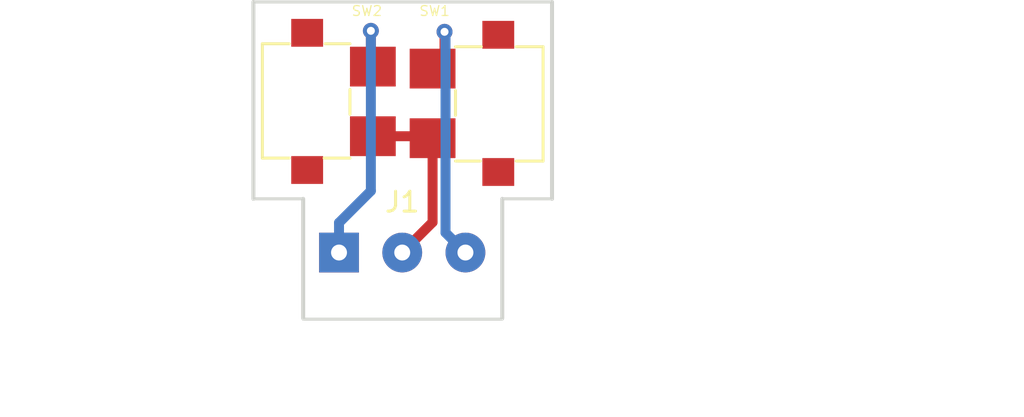
<source format=kicad_pcb>
(kicad_pcb (version 20171130) (host pcbnew 5.0.2-bee76a0~70~ubuntu18.04.1)

  (general
    (thickness 1.6)
    (drawings 9)
    (tracks 18)
    (zones 0)
    (modules 3)
    (nets 4)
  )

  (page A4)
  (layers
    (0 F.Cu signal)
    (31 B.Cu signal)
    (32 B.Adhes user)
    (33 F.Adhes user)
    (34 B.Paste user)
    (35 F.Paste user)
    (36 B.SilkS user)
    (37 F.SilkS user)
    (38 B.Mask user)
    (39 F.Mask user)
    (40 Dwgs.User user)
    (41 Cmts.User user)
    (42 Eco1.User user)
    (43 Eco2.User user)
    (44 Edge.Cuts user)
    (45 Margin user)
    (46 B.CrtYd user)
    (47 F.CrtYd user)
    (48 B.Fab user)
    (49 F.Fab user)
  )

  (setup
    (last_trace_width 0.5)
    (trace_clearance 0.5)
    (zone_clearance 0.508)
    (zone_45_only no)
    (trace_min 0.2)
    (segment_width 0.2)
    (edge_width 0.15)
    (via_size 0.8)
    (via_drill 0.4)
    (via_min_size 0.4)
    (via_min_drill 0.3)
    (uvia_size 0.3)
    (uvia_drill 0.1)
    (uvias_allowed no)
    (uvia_min_size 0.2)
    (uvia_min_drill 0.1)
    (pcb_text_width 0.3)
    (pcb_text_size 1.5 1.5)
    (mod_edge_width 0.15)
    (mod_text_size 1 1)
    (mod_text_width 0.15)
    (pad_size 1.1 1.1)
    (pad_drill 1.1)
    (pad_to_mask_clearance 0.051)
    (solder_mask_min_width 0.25)
    (aux_axis_origin 0 0)
    (visible_elements FFFFFF7F)
    (pcbplotparams
      (layerselection 0x010fc_ffffffff)
      (usegerberextensions true)
      (usegerberattributes false)
      (usegerberadvancedattributes false)
      (creategerberjobfile false)
      (excludeedgelayer true)
      (linewidth 0.100000)
      (plotframeref false)
      (viasonmask false)
      (mode 1)
      (useauxorigin false)
      (hpglpennumber 1)
      (hpglpenspeed 20)
      (hpglpendiameter 15.000000)
      (psnegative false)
      (psa4output false)
      (plotreference true)
      (plotvalue true)
      (plotinvisibletext false)
      (padsonsilk false)
      (subtractmaskfromsilk false)
      (outputformat 1)
      (mirror false)
      (drillshape 0)
      (scaleselection 1)
      (outputdirectory "Gerber/"))
  )

  (net 0 "")
  (net 1 "Net-(J1-Pad3)")
  (net 2 "Net-(J1-Pad1)")
  (net 3 "Net-(J1-Pad2)")

  (net_class Default "This is the default net class."
    (clearance 0.5)
    (trace_width 0.5)
    (via_dia 0.8)
    (via_drill 0.4)
    (uvia_dia 0.3)
    (uvia_drill 0.1)
    (add_net "Net-(J1-Pad1)")
    (add_net "Net-(J1-Pad2)")
    (add_net "Net-(J1-Pad3)")
  )

  (module mylib:DT045R_detector_switch_right (layer F.Cu) (tedit 5CF78A6E) (tstamp 5CF64805)
    (at 165.6 74.1 270)
    (path /5CC06EC4)
    (attr smd)
    (fp_text reference SW1 (at -4.65 3.2) (layer F.SilkS)
      (effects (font (size 0.5 0.5) (thickness 0.0625)))
    )
    (fp_text value DT045-R (at 3.95 -3.65 270) (layer F.Fab)
      (effects (font (size 1 1) (thickness 0.15)))
    )
    (fp_line (start 2.9 0.9) (end 2.9 2.15) (layer F.SilkS) (width 0.15))
    (fp_line (start -0.65 2.15) (end 0.6 2.15) (layer F.SilkS) (width 0.15))
    (fp_line (start -2.85 0.85) (end -2.85 2.15) (layer F.SilkS) (width 0.15))
    (fp_line (start 2.9 -2.25) (end 2.9 -0.9) (layer F.SilkS) (width 0.15))
    (fp_line (start -2.85 -2.25) (end 2.9 -2.25) (layer F.SilkS) (width 0.15))
    (fp_line (start -2.85 -0.9) (end -2.85 -2.25) (layer F.SilkS) (width 0.15))
    (fp_line (start -4.3 4.6) (end -4.3 0) (layer F.CrtYd) (width 0.15))
    (fp_line (start 4.2 4.6) (end -4.3 4.6) (layer F.CrtYd) (width 0.15))
    (fp_line (start 4.2 -2.25) (end 4.2 4.55) (layer F.CrtYd) (width 0.15))
    (fp_line (start -4.3 -2.25) (end 4.15 -2.25) (layer F.CrtYd) (width 0.15))
    (fp_line (start -4.3 0) (end -4.3 -2.25) (layer F.CrtYd) (width 0.15))
    (fp_line (start 1 0.5) (end 0 0) (layer Dwgs.User) (width 0.15))
    (fp_line (start 2 0.5) (end 1 0.5) (layer Dwgs.User) (width 0.15))
    (fp_line (start 2 2.1) (end 2 0.5) (layer Dwgs.User) (width 0.15))
    (fp_line (start -0.55 0.5) (end 0 0.5) (layer Dwgs.User) (width 0.15))
    (fp_line (start -2 0.5) (end -0.55 0.5) (layer Dwgs.User) (width 0.15))
    (fp_line (start -2 2.1) (end -2 0.5) (layer Dwgs.User) (width 0.15))
    (fp_line (start 0 -4.15) (end -2.2 -2.25) (layer Dwgs.User) (width 0.15))
    (fp_line (start 0 -2.25) (end 0 -4.15) (layer Dwgs.User) (width 0.15))
    (fp_line (start 2.9 2.15) (end -2.85 2.15) (layer Dwgs.User) (width 0.15))
    (fp_line (start 2.85 -2.25) (end -2.85 -2.25) (layer Dwgs.User) (width 0.15))
    (fp_line (start -2.85 2.15) (end -2.85 -2.25) (layer Dwgs.User) (width 0.15))
    (fp_line (start 2.9 2.15) (end 2.9 -2.25) (layer Dwgs.User) (width 0.15))
    (fp_text user REF** (at -2.75 5.15 270) (layer F.Fab)
      (effects (font (size 0.5 0.5) (thickness 0.05)))
    )
    (pad 1 smd rect (at 1.75 3.3 270) (size 2 2.3) (layers F.Cu F.Paste F.Mask)
      (net 3 "Net-(J1-Pad2)"))
    (pad 2 smd rect (at -1.75 3.3 270) (size 2 2.3) (layers F.Cu F.Paste F.Mask)
      (net 1 "Net-(J1-Pad3)"))
    (pad "" np_thru_hole circle (at 0 1.25 270) (size 1.1 1.1) (drill 1.1) (layers *.Cu *.Mask))
    (pad "" np_thru_hole circle (at 0 -1.25 270) (size 1.1 1.1) (drill 1.1) (layers *.Cu *.Mask))
    (pad 3 smd rect (at 3.45 0 270) (size 1.4 1.6) (layers F.Cu F.Paste F.Mask))
    (pad 3 smd rect (at -3.45 0 270) (size 1.4 1.6) (layers F.Cu F.Paste F.Mask))
  )

  (module mylib:DT045L_detector_switch_left (layer F.Cu) (tedit 5CF78A3A) (tstamp 5CF643C6)
    (at 156 74 90)
    (path /5CC05850)
    (attr smd)
    (fp_text reference SW2 (at 4.55 3 180) (layer F.SilkS)
      (effects (font (size 0.5 0.5) (thickness 0.0625)))
    )
    (fp_text value DT045-L (at -3.65 -3.8 90) (layer F.Fab)
      (effects (font (size 1 1) (thickness 0.15)))
    )
    (fp_line (start 2.9 0.9) (end 2.9 2.15) (layer F.SilkS) (width 0.15))
    (fp_line (start -0.65 2.15) (end 0.6 2.15) (layer F.SilkS) (width 0.15))
    (fp_line (start -2.85 0.85) (end -2.85 2.15) (layer F.SilkS) (width 0.15))
    (fp_line (start 2.9 -2.25) (end 2.9 -0.9) (layer F.SilkS) (width 0.15))
    (fp_line (start -2.85 -2.25) (end 2.9 -2.25) (layer F.SilkS) (width 0.15))
    (fp_line (start -2.85 -0.9) (end -2.85 -2.25) (layer F.SilkS) (width 0.15))
    (fp_line (start -4.3 4.6) (end -4.3 0) (layer F.CrtYd) (width 0.15))
    (fp_line (start 4.2 4.6) (end -4.3 4.6) (layer F.CrtYd) (width 0.15))
    (fp_line (start 4.2 -2.25) (end 4.2 4.55) (layer F.CrtYd) (width 0.15))
    (fp_line (start -4.25 -2.25) (end 4.2 -2.25) (layer F.CrtYd) (width 0.15))
    (fp_line (start -4.3 0) (end -4.3 -2.25) (layer F.CrtYd) (width 0.15))
    (fp_line (start 1 0.5) (end 0 0) (layer Dwgs.User) (width 0.15))
    (fp_line (start 2 0.5) (end 1 0.5) (layer Dwgs.User) (width 0.15))
    (fp_line (start 2 2.1) (end 2 0.5) (layer Dwgs.User) (width 0.15))
    (fp_line (start -0.55 0.5) (end 0 0.5) (layer Dwgs.User) (width 0.15))
    (fp_line (start -2 0.5) (end -0.55 0.5) (layer Dwgs.User) (width 0.15))
    (fp_line (start -2 2.1) (end -2 0.5) (layer Dwgs.User) (width 0.15))
    (fp_line (start 0 -4.15) (end 2.2 -2.25) (layer Dwgs.User) (width 0.15))
    (fp_line (start 0 -2.25) (end 0 -4.15) (layer Dwgs.User) (width 0.15))
    (fp_line (start 2.9 2.15) (end -2.85 2.15) (layer Dwgs.User) (width 0.15))
    (fp_line (start 2.85 -2.25) (end -2.85 -2.25) (layer Dwgs.User) (width 0.15))
    (fp_line (start -2.85 2.15) (end -2.85 -2.25) (layer Dwgs.User) (width 0.15))
    (fp_line (start 2.9 2.15) (end 2.9 -2.25) (layer Dwgs.User) (width 0.15))
    (fp_text user REF** (at -2.75 5.15 90) (layer F.Fab)
      (effects (font (size 0.5 0.5) (thickness 0.05)))
    )
    (pad 1 smd rect (at 1.75 3.3 90) (size 2 2.3) (layers F.Cu F.Paste F.Mask)
      (net 2 "Net-(J1-Pad1)"))
    (pad 2 smd rect (at -1.75 3.3 90) (size 2 2.3) (layers F.Cu F.Paste F.Mask)
      (net 3 "Net-(J1-Pad2)"))
    (pad "" np_thru_hole circle (at 0 1.25 90) (size 1.1 1.1) (drill 1.1) (layers *.Cu *.Mask))
    (pad "" np_thru_hole circle (at 0 -1.25 90) (size 1.1 1.1) (drill 1.1) (layers *.Cu *.Mask))
    (pad 3 smd rect (at 3.45 0 90) (size 1.4 1.6) (layers F.Cu F.Paste F.Mask))
    (pad 3 smd rect (at -3.45 0 90) (size 1.4 1.6) (layers F.Cu F.Paste F.Mask))
  )

  (module Connector_Wire:SolderWirePad_1x03_P3.175mm_Drill0.8mm (layer F.Cu) (tedit 5AEE57A0) (tstamp 5CF646E8)
    (at 157.6 81.6)
    (descr "Wire solder connection")
    (tags connector)
    (path /5CF632DF)
    (attr virtual)
    (fp_text reference J1 (at 3.175 -2.54) (layer F.SilkS)
      (effects (font (size 1 1) (thickness 0.15)))
    )
    (fp_text value Conn_01x03 (at 3.175 2.54) (layer F.Fab)
      (effects (font (size 1 1) (thickness 0.15)))
    )
    (fp_text user %R (at 3.175 0) (layer F.Fab)
      (effects (font (size 1 1) (thickness 0.15)))
    )
    (fp_line (start -1.49 -1.5) (end 7.85 -1.5) (layer F.CrtYd) (width 0.05))
    (fp_line (start -1.49 -1.5) (end -1.49 1.5) (layer F.CrtYd) (width 0.05))
    (fp_line (start 7.85 1.5) (end 7.85 -1.5) (layer F.CrtYd) (width 0.05))
    (fp_line (start 7.85 1.5) (end -1.49 1.5) (layer F.CrtYd) (width 0.05))
    (pad 1 thru_hole rect (at 0 0) (size 1.99898 1.99898) (drill 0.8001) (layers *.Cu *.Mask)
      (net 2 "Net-(J1-Pad1)"))
    (pad 2 thru_hole circle (at 3.175 0) (size 1.99898 1.99898) (drill 0.8001) (layers *.Cu *.Mask)
      (net 3 "Net-(J1-Pad2)"))
    (pad 3 thru_hole circle (at 6.35 0) (size 1.99898 1.99898) (drill 0.8001) (layers *.Cu *.Mask)
      (net 1 "Net-(J1-Pad3)"))
  )

  (gr_line (start 153.35 69) (end 168.3 69) (layer Edge.Cuts) (width 0.15))
  (gr_line (start 165.8 78.9) (end 165.8 84.9) (layer Edge.Cuts) (width 0.2))
  (gr_line (start 155.8 78.9) (end 155.8 84.9) (layer Edge.Cuts) (width 0.2))
  (gr_line (start 168.3 69) (end 168.3 78.9) (layer Edge.Cuts) (width 0.2))
  (gr_line (start 153.3 69) (end 153.3 78.9) (layer Edge.Cuts) (width 0.2))
  (gr_line (start 165.8 78.9) (end 168.3 78.9) (layer Edge.Cuts) (width 0.15))
  (gr_line (start 155.8 78.9) (end 153.3 78.9) (layer Edge.Cuts) (width 0.15))
  (gr_line (start 155.8 84.95) (end 165.8 84.95) (layer Edge.Cuts) (width 0.15))
  (gr_text "Need to change the foot print of Det switch" (at 166.3 88.5) (layer Cmts.User)
    (effects (font (size 1.5 1.5) (thickness 0.3)))
  )

  (segment (start 162.2 72.45) (end 162.3 72.35) (width 0.5) (layer F.Cu) (net 1))
  (segment (start 162.3 72.35) (end 162.3 72.35) (width 0.5) (layer F.Cu) (net 1) (tstamp 5CF64CF5))
  (via (at 162.9 70.5) (size 0.8) (drill 0.4) (layers F.Cu B.Cu) (net 1))
  (segment (start 162.95 70.55) (end 162.9 70.5) (width 0.5) (layer B.Cu) (net 1))
  (segment (start 163.95 81.6) (end 162.95 80.6) (width 0.5) (layer B.Cu) (net 1))
  (segment (start 162.95 80.6) (end 162.95 70.55) (width 0.5) (layer B.Cu) (net 1))
  (segment (start 162.9 71.75) (end 162.3 72.35) (width 0.5) (layer F.Cu) (net 1))
  (segment (start 162.9 70.5) (end 162.9 71.75) (width 0.5) (layer F.Cu) (net 1))
  (segment (start 157.6 80.10051) (end 159.2 78.50051) (width 0.5) (layer B.Cu) (net 2))
  (segment (start 157.6 81.6) (end 157.6 80.10051) (width 0.5) (layer B.Cu) (net 2))
  (via (at 159.2 70.45) (size 0.8) (drill 0.4) (layers F.Cu B.Cu) (net 2))
  (segment (start 159.2 78.50051) (end 159.2 70.45) (width 0.5) (layer B.Cu) (net 2))
  (segment (start 159.2 72.15) (end 159.3 72.25) (width 0.5) (layer F.Cu) (net 2))
  (segment (start 159.2 70.45) (end 159.2 72.15) (width 0.5) (layer F.Cu) (net 2))
  (segment (start 162.2 75.75) (end 162.3 75.85) (width 0.5) (layer F.Cu) (net 3))
  (segment (start 159.3 75.75) (end 162.2 75.75) (width 0.5) (layer F.Cu) (net 3))
  (segment (start 162.3 80.075) (end 160.775 81.6) (width 0.5) (layer F.Cu) (net 3))
  (segment (start 162.3 75.85) (end 162.3 80.075) (width 0.5) (layer F.Cu) (net 3))

)

</source>
